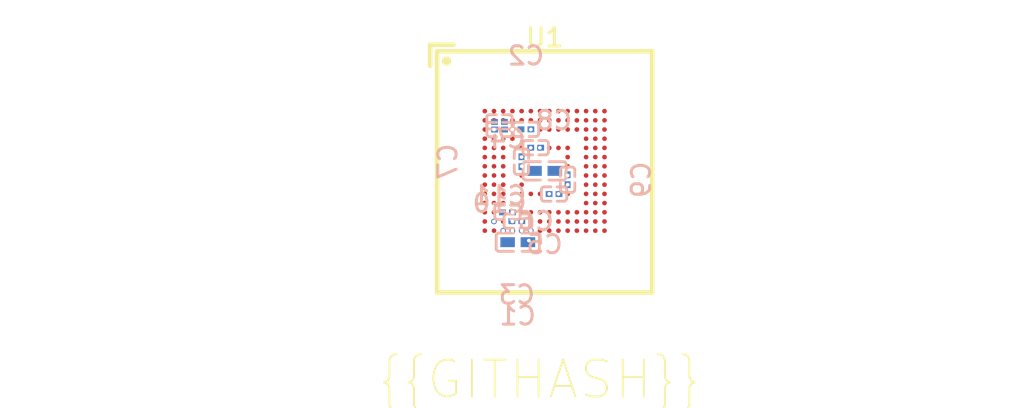
<source format=kicad_pcb>
(kicad_pcb (version 20240108) (generator "pcbnew") (generator_version "8.0")
  (layers (0 "F.Cu" signal) (31 "B.Cu" signal) (34 "B.Paste" user) (35 "F.Paste" user) (36 "B.SilkS" user "B.Silkscreen") (37 "F.SilkS" user "F.Silkscreen") (38 "B.Mask" user) (39 "F.Mask" user) (44 "Edge.Cuts" user))
  (net 0 "")
  (net 1 "eMMC_DAT_1")
  (net 2 "eMMC_DAT_5")
  (net 3 "eMMC_DAT_4")
  (net 4 "eMMC_DAT_7")
  (net 5 "eMMC_DAT_6")
  (net 6 "eMMC_CMD")
  (net 7 "eMMC_RSTN")
  (net 8 "eMMC_DAT_3")
  (net 9 "eMMC_DAT_0")
  (net 10 "*2E88.eMMC.footprint.pins[1].net-net")
  (net 11 "eMMC_DATA_STROBE")
  (net 12 "eMMC_CLK")
  (net 13 "eMMC_DAT_2")
  (net 14 "*2E88-net")
  (net 15 "hv")
  (net 16 "lv")
  (net 17 "VDD_INTERNAL")
  (net 18 "*2E88.eMMC.VDD_INTERNAL-net")
  (net 19 "*2E88.eMMC.footprint.pins[26].net-net")
  (net 20 "*2E88.eMMC.footprint.pins[114].net-net")
  (net 21 "*2E88.eMMC.footprint.pins[11].net-net")
  (net 22 "*2E88.eMMC.footprint.pins[45].net-net")
  (net 23 "*2E88.eMMC.footprint.pins[140].net-net")
  (net 24 "*2E88.eMMC.footprint.pins[31].net-net")
  (net 25 "*2E88.eMMC.footprint.pins[40].net-net")
  (net 26 "*2E88.eMMC.footprint.pins[151].net-net")
  (net 27 "*2E88.eMMC.footprint.pins[16].net-net")
  (net 28 "*2E88.eMMC.footprint.pins[71].net-net")
  (net 29 "*2E88.eMMC.footprint.pins[33].net-net")
  (net 30 "*2E88.eMMC.footprint.pins[130].net-net")
  (net 31 "*2E88.eMMC.footprint.pins[60].net-net")
  (net 32 "*2E88.eMMC.footprint.pins[85].net-net")
  (net 33 "*2E88.eMMC.footprint.pins[137].net-net")
  (net 34 "*2E88.eMMC.footprint.pins[69].net-net")
  (net 35 "*2E88.eMMC.footprint.pins[30].net-net")
  (net 36 "*2E88.eMMC.footprint.pins[55].net-net")
  (net 37 "*2E88.eMMC.footprint.pins[50].net-net")
  (net 38 "*2E88.eMMC.footprint.pins[118].net-net")
  (net 39 "*2E88.eMMC.footprint.pins[46].net-net")
  (net 40 "*2E88.eMMC.footprint.pins[47].net-net")
  (net 41 "*2E88.eMMC.footprint.pins[12].net-net")
  (net 42 "*2E88.eMMC.footprint.pins[41].net-net")
  (net 43 "*2E88.eMMC.footprint.pins[43].net-net")
  (net 44 "*2E88.eMMC.footprint.pins[35].net-net")
  (net 45 "*2E88.eMMC.footprint.pins[5].net-net")
  (net 46 "*2E88.eMMC.footprint.pins[150].net-net")
  (net 47 "*2E88.eMMC.footprint.pins[32].net-net")
  (net 48 "*2E88.eMMC.footprint.pins[61].net-net")
  (net 49 "*2E88.eMMC.footprint.pins[59].net-net")
  (net 50 "*2E88.eMMC.footprint.pins[65].net-net")
  (net 51 "*2E88.eMMC.footprint.pins[37].net-net")
  (net 52 "*2E88.eMMC.footprint.pins[83].net-net")
  (net 53 "*2E88.eMMC.footprint.pins[102].net-net")
  (net 54 "*2E88.eMMC.footprint.pins[95].net-net")
  (net 55 "*2E88.eMMC.footprint.pins[49].net-net")
  (net 56 "*2E88.eMMC.footprint.pins[14].net-net")
  (net 57 "*2E88.eMMC.footprint.pins[18].net-net")
  (net 58 "*2E88.eMMC.footprint.pins[6].net-net")
  (net 59 "*2E88.eMMC.footprint.pins[144].net-net")
  (net 60 "*2E88.eMMC.footprint.pins[25].net-net")
  (net 61 "*2E88.eMMC.footprint.pins[4].net-net")
  (net 62 "*2E88.eMMC.footprint.pins[125].net-net")
  (net 63 "*2E88.eMMC.footprint.pins[143].net-net")
  (net 64 "*2E88.eMMC.footprint.pins[48].net-net")
  (net 65 "*2E88.eMMC.footprint.pins[72].net-net")
  (net 66 "*2E88.eMMC.footprint.pins[91].net-net")
  (net 67 "*2E88.eMMC.footprint.pins[117].net-net")
  (net 68 "*2E88.eMMC.footprint.pins[77].net-net")
  (net 69 "*2E88.eMMC.footprint.pins[116].net-net")
  (net 70 "*2E88.eMMC.footprint.pins[127].net-net")
  (net 71 "*2E88.eMMC.footprint.pins[28].net-net")
  (net 72 "*2E88.eMMC.footprint.pins[51].net-net")
  (net 73 "*2E88.eMMC.footprint.pins[82].net-net")
  (net 74 "*2E88.eMMC.footprint.pins[115].net-net")
  (net 75 "*2E88.eMMC.footprint.pins[88].net-net")
  (net 76 "*2E88.eMMC.footprint.pins[105].net-net")
  (net 77 "*2E88.eMMC.footprint.pins[90].net-net")
  (net 78 "*2E88.eMMC.footprint.pins[81].net-net")
  (net 79 "*2E88.eMMC.footprint.pins[123].net-net")
  (net 80 "*2E88.eMMC.footprint.pins[3].net-net")
  (net 81 "*2E88.eMMC.footprint.pins[87].net-net")
  (net 82 "*2E88.eMMC.footprint.pins[79].net-net")
  (net 83 "*2E88.eMMC.footprint.pins[15].net-net")
  (net 84 "*2E88.eMMC.footprint.pins[152].net-net")
  (net 85 "*2E88.eMMC.footprint.pins[63].net-net")
  (net 86 "*2E88.eMMC.footprint.pins[67].net-net")
  (net 87 "*2E88.eMMC.footprint.pins[136].net-net")
  (net 88 "*2E88.eMMC.footprint.pins[97].net-net")
  (net 89 "*2E88.eMMC.footprint.pins[129].net-net")
  (net 90 "*2E88.eMMC.footprint.pins[101].net-net")
  (net 91 "*2E88.eMMC.footprint.pins[62].net-net")
  (net 92 "*2E88.eMMC.footprint.pins[29].net-net")
  (net 93 "*2E88.eMMC.footprint.pins[93].net-net")
  (net 94 "*2E88.eMMC.footprint.pins[112].net-net")
  (net 95 "*2E88.eMMC.footprint.pins[107].net-net")
  (net 96 "*2E88.eMMC.footprint.pins[124].net-net")
  (net 97 "*2E88.eMMC.footprint.pins[19].net-net")
  (net 98 "*2E88.eMMC.footprint.pins[39].net-net")
  (net 99 "*2E88.eMMC.footprint.pins[94].net-net")
  (net 100 "*2E88.eMMC.footprint.pins[96].net-net")
  (net 101 "*2E88.eMMC.footprint.pins[2].net-net")
  (net 102 "*2E88.eMMC.footprint.pins[126].net-net")
  (net 103 "*2E88.eMMC.footprint.pins[17].net-net")
  (net 104 "*2E88.eMMC.footprint.pins[80].net-net")
  (net 105 "*2E88.eMMC.footprint.pins[135].net-net")
  (net 106 "*2E88.eMMC.footprint.pins[0].net-net")
  (net 107 "*2E88.eMMC.footprint.pins[141].net-net")
  (net 108 "*2E88.eMMC.footprint.pins[13].net-net")
  (net 109 "*2E88.eMMC.footprint.pins[74].net-net")
  (net 110 "*2E88.eMMC.footprint.pins[145].net-net")
  (net 111 "*2E88.eMMC.footprint.pins[132].net-net")
  (net 112 "*2E88.eMMC.footprint.pins[139].net-net")
  (net 113 "*2E88.eMMC.footprint.pins[106].net-net")
  (net 114 "*2E88.eMMC.footprint.pins[56].net-net")
  (net 115 "*2E88.eMMC.footprint.pins[66].net-net")
  (net 116 "*2E88.eMMC.footprint.pins[109].net-net")
  (net 117 "*2E88.eMMC.footprint.pins[128].net-net")
  (net 118 "*2E88.eMMC.footprint.pins[110].net-net")
  (net 119 "*2E88.eMMC.footprint.pins[98].net-net")
  (net 120 "*2E88.eMMC.footprint.pins[142].net-net")
  (net 121 "*2E88.eMMC.footprint.pins[27].net-net")
  (net 122 "*2E88.eMMC.footprint.pins[52].net-net")
  (net 123 "*2E88.eMMC.footprint.pins[113].net-net")
  (net 124 "*2E88.eMMC.footprint.pins[122].net-net")
  (net 125 "*2E88.eMMC.footprint.pins[44].net-net")
  (net 126 "*2E88.eMMC.footprint.pins[89].net-net")
  (net 127 "*2E88.eMMC.footprint.pins[138].net-net")
  (net 128 "*2E88.eMMC.footprint.pins[75].net-net")
  (net 129 "*2E88.eMMC.footprint.pins[99].net-net")
  (net 130 "*2E88.eMMC.footprint.pins[108].net-net")
  (net 131 "*2E88.eMMC.footprint.pins[73].net-net")
  (net 132 "*2E88.eMMC.footprint.pins[54].net-net")
  (net 133 "*2E88.eMMC.footprint.pins[64].net-net")
  (net 134 "*2E88.eMMC.footprint.pins[53].net-net")
  (net 135 "*2E88.eMMC.footprint.pins[70].net-net")
  (net 136 "*2E88.eMMC.footprint.pins[42].net-net")
  (net 137 "*2E88.eMMC.footprint.pins[111].net-net")
  (footprint "lcsc:FBGA-153_L13.0-W11.5-P0.50_KLMAG1JETD-B041" (layer "F.Cu") (at 146.2 97.8 0)
    (property "Reference" "U1" (at 0 -7.25 0) (layer "F.SilkS") (hide no))
    (property "Value" "_Samsung_KLMBG2JETD_B041")
    (fp_line (start -6.22 -6.86) (end -6.22 -5.71) (stroke (width 0.25)) (layer "F.SilkS"))
    (fp_line (start -5.84 -6.5) (end 5.84 -6.5) (stroke (width 0.25)) (layer "F.SilkS"))
    (fp_line (start -5.84 6.5) (end -5.84 -6.5) (stroke (width 0.25)) (layer "F.SilkS"))
    (fp_line (start -5.84 6.61) (end 5.84 6.61) (stroke (width 0.25)) (layer "F.SilkS"))
    (fp_line (start -4.95 -6.86) (end -6.22 -6.86) (stroke (width 0.25)) (layer "F.SilkS"))
    (fp_line (start 5.84 -6.5) (end 5.84 -5.08) (stroke (width 0.25)) (layer "F.SilkS"))
    (fp_line (start 5.84 6.61) (end 5.84 -5.08) (stroke (width 0.25)) (layer "F.SilkS"))
    (fp_circle (center -5.33 -5.97) (end -5.2 -5.97) (stroke (width 0.25)) (fill none) (layer "F.SilkS"))
    (fp_text user "${REFERENCE}" (at 0 -7.25 0) (layer "F.SilkS"))
    (pad "A1" smd circle (at -3.25 -3.25 0) (size 0.25 0.25) (layers "F.Cu" "F.Paste" "F.Mask") (net 106 "*2E88.eMMC.footprint.pins[0].net-net"))
    (pad "A2" smd circle (at -2.75 -3.25 0) (size 0.25 0.25) (layers "F.Cu" "F.Paste" "F.Mask") (net 58 "*2E88.eMMC.footprint.pins[6].net-net"))
    (pad "A3" smd circle (at -2.25 -3.25 0) (size 0.25 0.25) (layers "F.Cu" "F.Paste" "F.Mask") (net 9 "eMMC_DAT_0"))
    (pad "A4" smd circle (at -1.75 -3.25 0) (size 0.25 0.25) (layers "F.Cu" "F.Paste" "F.Mask") (net 1 "eMMC_DAT_1"))
    (pad "A5" smd circle (at -1.25 -3.25 0) (size 0.25 0.25) (layers "F.Cu" "F.Paste" "F.Mask") (net 13 "eMMC_DAT_2"))
    (pad "A6" smd circle (at -0.75 -3.25 0) (size 0.25 0.25) (layers "F.Cu" "F.Paste" "F.Mask") (net 16 "lv"))
    (pad "A7" smd circle (at -0.25 -3.25 0) (size 0.25 0.25) (layers "F.Cu" "F.Paste" "F.Mask") (net 21 "*2E88.eMMC.footprint.pins[11].net-net"))
    (pad "A8" smd circle (at 0.25 -3.25 0) (size 0.25 0.25) (layers "F.Cu" "F.Paste" "F.Mask") (net 41 "*2E88.eMMC.footprint.pins[12].net-net"))
    (pad "A9" smd circle (at 0.75 -3.25 0) (size 0.25 0.25) (layers "F.Cu" "F.Paste" "F.Mask") (net 108 "*2E88.eMMC.footprint.pins[13].net-net"))
    (pad "A10" smd circle (at 1.25 -3.25 0) (size 0.25 0.25) (layers "F.Cu" "F.Paste" "F.Mask") (net 10 "*2E88.eMMC.footprint.pins[1].net-net"))
    (pad "A11" smd circle (at 1.75 -3.25 0) (size 0.25 0.25) (layers "F.Cu" "F.Paste" "F.Mask") (net 101 "*2E88.eMMC.footprint.pins[2].net-net"))
    (pad "A12" smd circle (at 2.25 -3.25 0) (size 0.25 0.25) (layers "F.Cu" "F.Paste" "F.Mask") (net 80 "*2E88.eMMC.footprint.pins[3].net-net"))
    (pad "A13" smd circle (at 2.75 -3.25 0) (size 0.25 0.25) (layers "F.Cu" "F.Paste" "F.Mask") (net 61 "*2E88.eMMC.footprint.pins[4].net-net"))
    (pad "A14" smd circle (at 3.25 -3.25 0) (size 0.25 0.25) (layers "F.Cu" "F.Paste" "F.Mask") (net 45 "*2E88.eMMC.footprint.pins[5].net-net"))
    (pad "B1" smd circle (at -3.25 -2.75 0) (size 0.25 0.25) (layers "F.Cu" "F.Paste" "F.Mask") (net 56 "*2E88.eMMC.footprint.pins[14].net-net"))
    (pad "B2" smd circle (at -2.75 -2.75 0) (size 0.25 0.25) (layers "F.Cu" "F.Paste" "F.Mask") (net 8 "eMMC_DAT_3"))
    (pad "B3" smd circle (at -2.25 -2.75 0) (size 0.25 0.25) (layers "F.Cu" "F.Paste" "F.Mask") (net 3 "eMMC_DAT_4"))
    (pad "B4" smd circle (at -1.75 -2.75 0) (size 0.25 0.25) (layers "F.Cu" "F.Paste" "F.Mask") (net 2 "eMMC_DAT_5"))
    (pad "B5" smd circle (at -1.25 -2.75 0) (size 0.25 0.25) (layers "F.Cu" "F.Paste" "F.Mask") (net 5 "eMMC_DAT_6"))
    (pad "B6" smd circle (at -0.75 -2.75 0) (size 0.25 0.25) (layers "F.Cu" "F.Paste" "F.Mask") (net 4 "eMMC_DAT_7"))
    (pad "B7" smd circle (at -0.25 -2.75 0) (size 0.25 0.25) (layers "F.Cu" "F.Paste" "F.Mask") (net 60 "*2E88.eMMC.footprint.pins[25].net-net"))
    (pad "B8" smd circle (at 0.25 -2.75 0) (size 0.25 0.25) (layers "F.Cu" "F.Paste" "F.Mask") (net 19 "*2E88.eMMC.footprint.pins[26].net-net"))
    (pad "B9" smd circle (at 0.75 -2.75 0) (size 0.25 0.25) (layers "F.Cu" "F.Paste" "F.Mask") (net 121 "*2E88.eMMC.footprint.pins[27].net-net"))
    (pad "B10" smd circle (at 1.25 -2.75 0) (size 0.25 0.25) (layers "F.Cu" "F.Paste" "F.Mask") (net 83 "*2E88.eMMC.footprint.pins[15].net-net"))
    (pad "B11" smd circle (at 1.75 -2.75 0) (size 0.25 0.25) (layers "F.Cu" "F.Paste" "F.Mask") (net 27 "*2E88.eMMC.footprint.pins[16].net-net"))
    (pad "B12" smd circle (at 2.25 -2.75 0) (size 0.25 0.25) (layers "F.Cu" "F.Paste" "F.Mask") (net 103 "*2E88.eMMC.footprint.pins[17].net-net"))
    (pad "B13" smd circle (at 2.75 -2.75 0) (size 0.25 0.25) (layers "F.Cu" "F.Paste" "F.Mask") (net 57 "*2E88.eMMC.footprint.pins[18].net-net"))
    (pad "B14" smd circle (at 3.25 -2.75 0) (size 0.25 0.25) (layers "F.Cu" "F.Paste" "F.Mask") (net 97 "*2E88.eMMC.footprint.pins[19].net-net"))
    (pad "C1" smd circle (at -3.25 -2.25 0) (size 0.25 0.25) (layers "F.Cu" "F.Paste" "F.Mask") (net 71 "*2E88.eMMC.footprint.pins[28].net-net"))
    (pad "C2" smd circle (at -2.75 -2.25 0) (size 0.25 0.25) (layers "F.Cu" "F.Paste" "F.Mask") (net 17 "VDD_INTERNAL"))
    (pad "C3" smd circle (at -2.25 -2.25 0) (size 0.25 0.25) (layers "F.Cu" "F.Paste" "F.Mask") (net 44 "*2E88.eMMC.footprint.pins[35].net-net"))
    (pad "C4" smd circle (at -1.75 -2.25 0) (size 0.25 0.25) (layers "F.Cu" "F.Paste" "F.Mask") (net 16 "lv"))
    (pad "C5" smd circle (at -1.25 -2.25 0) (size 0.25 0.25) (layers "F.Cu" "F.Paste" "F.Mask") (net 51 "*2E88.eMMC.footprint.pins[37].net-net"))
    (pad "C6" smd circle (at -0.75 -2.25 0) (size 0.25 0.25) (layers "F.Cu" "F.Paste" "F.Mask") (net 15 "hv"))
    (pad "C7" smd circle (at -0.25 -2.25 0) (size 0.25 0.25) (layers "F.Cu" "F.Paste" "F.Mask") (net 98 "*2E88.eMMC.footprint.pins[39].net-net"))
    (pad "C8" smd circle (at 0.25 -2.25 0) (size 0.25 0.25) (layers "F.Cu" "F.Paste" "F.Mask") (net 25 "*2E88.eMMC.footprint.pins[40].net-net"))
    (pad "C9" smd circle (at 0.75 -2.25 0) (size 0.25 0.25) (layers "F.Cu" "F.Paste" "F.Mask") (net 42 "*2E88.eMMC.footprint.pins[41].net-net"))
    (pad "C10" smd circle (at 1.25 -2.25 0) (size 0.25 0.25) (layers "F.Cu" "F.Paste" "F.Mask") (net 92 "*2E88.eMMC.footprint.pins[29].net-net"))
    (pad "C11" smd circle (at 1.75 -2.25 0) (size 0.25 0.25) (layers "F.Cu" "F.Paste" "F.Mask") (net 35 "*2E88.eMMC.footprint.pins[30].net-net"))
    (pad "C12" smd circle (at 2.25 -2.25 0) (size 0.25 0.25) (layers "F.Cu" "F.Paste" "F.Mask") (net 24 "*2E88.eMMC.footprint.pins[31].net-net"))
    (pad "C13" smd circle (at 2.75 -2.25 0) (size 0.25 0.25) (layers "F.Cu" "F.Paste" "F.Mask") (net 47 "*2E88.eMMC.footprint.pins[32].net-net"))
    (pad "C14" smd circle (at 3.25 -2.25 0) (size 0.25 0.25) (layers "F.Cu" "F.Paste" "F.Mask") (net 29 "*2E88.eMMC.footprint.pins[33].net-net"))
    (pad "D1" smd circle (at -3.25 -1.75 0) (size 0.25 0.25) (layers "F.Cu" "F.Paste" "F.Mask") (net 136 "*2E88.eMMC.footprint.pins[42].net-net"))
    (pad "D2" smd circle (at -2.75 -1.75 0) (size 0.25 0.25) (layers "F.Cu" "F.Paste" "F.Mask") (net 39 "*2E88.eMMC.footprint.pins[46].net-net"))
    (pad "D3" smd circle (at -2.25 -1.75 0) (size 0.25 0.25) (layers "F.Cu" "F.Paste" "F.Mask") (net 40 "*2E88.eMMC.footprint.pins[47].net-net"))
    (pad "D4" smd circle (at -1.75 -1.75 0) (size 0.25 0.25) (layers "F.Cu" "F.Paste" "F.Mask") (net 64 "*2E88.eMMC.footprint.pins[48].net-net"))
    (pad "D12" smd circle (at 2.25 -1.75 0) (size 0.25 0.25) (layers "F.Cu" "F.Paste" "F.Mask") (net 43 "*2E88.eMMC.footprint.pins[43].net-net"))
    (pad "D13" smd circle (at 2.75 -1.75 0) (size 0.25 0.25) (layers "F.Cu" "F.Paste" "F.Mask") (net 125 "*2E88.eMMC.footprint.pins[44].net-net"))
    (pad "D14" smd circle (at 3.25 -1.75 0) (size 0.25 0.25) (layers "F.Cu" "F.Paste" "F.Mask") (net 22 "*2E88.eMMC.footprint.pins[45].net-net"))
    (pad "E1" smd circle (at -3.25 -1.25 0) (size 0.25 0.25) (layers "F.Cu" "F.Paste" "F.Mask") (net 55 "*2E88.eMMC.footprint.pins[49].net-net"))
    (pad "E2" smd circle (at -2.75 -1.25 0) (size 0.25 0.25) (layers "F.Cu" "F.Paste" "F.Mask") (net 132 "*2E88.eMMC.footprint.pins[54].net-net"))
    (pad "E3" smd circle (at -2.25 -1.25 0) (size 0.25 0.25) (layers "F.Cu" "F.Paste" "F.Mask") (net 36 "*2E88.eMMC.footprint.pins[55].net-net"))
    (pad "E5" smd circle (at -1.25 -1.25 0) (size 0.25 0.25) (layers "F.Cu" "F.Paste" "F.Mask") (net 114 "*2E88.eMMC.footprint.pins[56].net-net"))
    (pad "E6" smd circle (at -0.75 -1.25 0) (size 0.25 0.25) (layers "F.Cu" "F.Paste" "F.Mask") (net 14 "*2E88-net"))
    (pad "E7" smd circle (at -0.25 -1.25 0) (size 0.25 0.25) (layers "F.Cu" "F.Paste" "F.Mask") (net 16 "lv"))
    (pad "E8" smd circle (at 0.25 -1.25 0) (size 0.25 0.25) (layers "F.Cu" "F.Paste" "F.Mask") (net 49 "*2E88.eMMC.footprint.pins[59].net-net"))
    (pad "E9" smd circle (at 0.75 -1.25 0) (size 0.25 0.25) (layers "F.Cu" "F.Paste" "F.Mask") (net 31 "*2E88.eMMC.footprint.pins[60].net-net"))
    (pad "E10" smd circle (at 1.25 -1.25 0) (size 0.25 0.25) (layers "F.Cu" "F.Paste" "F.Mask") (net 37 "*2E88.eMMC.footprint.pins[50].net-net"))
    (pad "E12" smd circle (at 2.25 -1.25 0) (size 0.25 0.25) (layers "F.Cu" "F.Paste" "F.Mask") (net 72 "*2E88.eMMC.footprint.pins[51].net-net"))
    (pad "E13" smd circle (at 2.75 -1.25 0) (size 0.25 0.25) (layers "F.Cu" "F.Paste" "F.Mask") (net 122 "*2E88.eMMC.footprint.pins[52].net-net"))
    (pad "E14" smd circle (at 3.25 -1.25 0) (size 0.25 0.25) (layers "F.Cu" "F.Paste" "F.Mask") (net 134 "*2E88.eMMC.footprint.pins[53].net-net"))
    (pad "F1" smd circle (at -3.25 -0.75 0) (size 0.25 0.25) (layers "F.Cu" "F.Paste" "F.Mask") (net 48 "*2E88.eMMC.footprint.pins[61].net-net"))
    (pad "F2" smd circle (at -2.75 -0.75 0) (size 0.25 0.25) (layers "F.Cu" "F.Paste" "F.Mask") (net 115 "*2E88.eMMC.footprint.pins[66].net-net"))
    (pad "F3" smd circle (at -2.25 -0.75 0) (size 0.25 0.25) (layers "F.Cu" "F.Paste" "F.Mask") (net 86 "*2E88.eMMC.footprint.pins[67].net-net"))
    (pad "F5" smd circle (at -1.25 -0.75 0) (size 0.25 0.25) (layers "F.Cu" "F.Paste" "F.Mask") (net 14 "*2E88-net"))
    (pad "F10" smd circle (at 1.25 -0.75 0) (size 0.25 0.25) (layers "F.Cu" "F.Paste" "F.Mask") (net 91 "*2E88.eMMC.footprint.pins[62].net-net"))
    (pad "F12" smd circle (at 2.25 -0.75 0) (size 0.25 0.25) (layers "F.Cu" "F.Paste" "F.Mask") (net 85 "*2E88.eMMC.footprint.pins[63].net-net"))
    (pad "F13" smd circle (at 2.75 -0.75 0) (size 0.25 0.25) (layers "F.Cu" "F.Paste" "F.Mask") (net 133 "*2E88.eMMC.footprint.pins[64].net-net"))
    (pad "F14" smd circle (at 3.25 -0.75 0) (size 0.25 0.25) (layers "F.Cu" "F.Paste" "F.Mask") (net 50 "*2E88.eMMC.footprint.pins[65].net-net"))
    (pad "G1" smd circle (at -3.25 -0.25 0) (size 0.25 0.25) (layers "F.Cu" "F.Paste" "F.Mask") (net 34 "*2E88.eMMC.footprint.pins[69].net-net"))
    (pad "G2" smd circle (at -2.75 -0.25 0) (size 0.25 0.25) (layers "F.Cu" "F.Paste" "F.Mask") (net 109 "*2E88.eMMC.footprint.pins[74].net-net"))
    (pad "G3" smd circle (at -2.25 -0.25 0) (size 0.25 0.25) (layers "F.Cu" "F.Paste" "F.Mask") (net 128 "*2E88.eMMC.footprint.pins[75].net-net"))
    (pad "G5" smd circle (at -1.25 -0.25 0) (size 0.25 0.25) (layers "F.Cu" "F.Paste" "F.Mask") (net 16 "lv"))
    (pad "G10" smd circle (at 1.25 -0.25 0) (size 0.25 0.25) (layers "F.Cu" "F.Paste" "F.Mask") (net 135 "*2E88.eMMC.footprint.pins[70].net-net"))
    (pad "G12" smd circle (at 2.25 -0.25 0) (size 0.25 0.25) (layers "F.Cu" "F.Paste" "F.Mask") (net 28 "*2E88.eMMC.footprint.pins[71].net-net"))
    (pad "G13" smd circle (at 2.75 -0.25 0) (size 0.25 0.25) (layers "F.Cu" "F.Paste" "F.Mask") (net 65 "*2E88.eMMC.footprint.pins[72].net-net"))
    (pad "G14" smd circle (at 3.25 -0.25 0) (size 0.25 0.25) (layers "F.Cu" "F.Paste" "F.Mask") (net 131 "*2E88.eMMC.footprint.pins[73].net-net"))
    (pad "H1" smd circle (at -3.25 0.25 0) (size 0.25 0.25) (layers "F.Cu" "F.Paste" "F.Mask") (net 68 "*2E88.eMMC.footprint.pins[77].net-net"))
    (pad "H2" smd circle (at -2.75 0.25 0) (size 0.25 0.25) (layers "F.Cu" "F.Paste" "F.Mask") (net 73 "*2E88.eMMC.footprint.pins[82].net-net"))
    (pad "H3" smd circle (at -2.25 0.25 0) (size 0.25 0.25) (layers "F.Cu" "F.Paste" "F.Mask") (net 52 "*2E88.eMMC.footprint.pins[83].net-net"))
    (pad "H5" smd circle (at -1.25 0.25 0) (size 0.25 0.25) (layers "F.Cu" "F.Paste" "F.Mask") (net 11 "eMMC_DATA_STROBE"))
    (pad "H10" smd circle (at 1.25 0.25 0) (size 0.25 0.25) (layers "F.Cu" "F.Paste" "F.Mask") (net 16 "lv"))
    (pad "H12" smd circle (at 2.25 0.25 0) (size 0.25 0.25) (layers "F.Cu" "F.Paste" "F.Mask") (net 82 "*2E88.eMMC.footprint.pins[79].net-net"))
    (pad "H13" smd circle (at 2.75 0.25 0) (size 0.25 0.25) (layers "F.Cu" "F.Paste" "F.Mask") (net 104 "*2E88.eMMC.footprint.pins[80].net-net"))
    (pad "H14" smd circle (at 3.25 0.25 0) (size 0.25 0.25) (layers "F.Cu" "F.Paste" "F.Mask") (net 78 "*2E88.eMMC.footprint.pins[81].net-net"))
    (pad "J1" smd circle (at -3.25 0.75 0) (size 0.25 0.25) (layers "F.Cu" "F.Paste" "F.Mask") (net 32 "*2E88.eMMC.footprint.pins[85].net-net"))
    (pad "J2" smd circle (at -2.75 0.75 0) (size 0.25 0.25) (layers "F.Cu" "F.Paste" "F.Mask") (net 77 "*2E88.eMMC.footprint.pins[90].net-net"))
    (pad "J3" smd circle (at -2.25 0.75 0) (size 0.25 0.25) (layers "F.Cu" "F.Paste" "F.Mask") (net 66 "*2E88.eMMC.footprint.pins[91].net-net"))
    (pad "J5" smd circle (at -1.25 0.75 0) (size 0.25 0.25) (layers "F.Cu" "F.Paste" "F.Mask") (net 16 "lv"))
    (pad "J10" smd circle (at 1.25 0.75 0) (size 0.25 0.25) (layers "F.Cu" "F.Paste" "F.Mask") (net 14 "*2E88-net"))
    (pad "J12" smd circle (at 2.25 0.75 0) (size 0.25 0.25) (layers "F.Cu" "F.Paste" "F.Mask") (net 81 "*2E88.eMMC.footprint.pins[87].net-net"))
    (pad "J13" smd circle (at 2.75 0.75 0) (size 0.25 0.25) (layers "F.Cu" "F.Paste" "F.Mask") (net 75 "*2E88.eMMC.footprint.pins[88].net-net"))
    (pad "J14" smd circle (at 3.25 0.75 0) (size 0.25 0.25) (layers "F.Cu" "F.Paste" "F.Mask") (net 126 "*2E88.eMMC.footprint.pins[89].net-net"))
    (pad "K1" smd circle (at -3.25 1.25 0) (size 0.25 0.25) (layers "F.Cu" "F.Paste" "F.Mask") (net 93 "*2E88.eMMC.footprint.pins[93].net-net"))
    (pad "K2" smd circle (at -2.75 1.25 0) (size 0.25 0.25) (layers "F.Cu" "F.Paste" "F.Mask") (net 119 "*2E88.eMMC.footprint.pins[98].net-net"))
    (pad "K3" smd circle (at -2.25 1.25 0) (size 0.25 0.25) (layers "F.Cu" "F.Paste" "F.Mask") (net 129 "*2E88.eMMC.footprint.pins[99].net-net"))
    (pad "K5" smd circle (at -1.25 1.25 0) (size 0.25 0.25) (layers "F.Cu" "F.Paste" "F.Mask") (net 7 "eMMC_RSTN"))
    (pad "K6" smd circle (at -0.75 1.25 0) (size 0.25 0.25) (layers "F.Cu" "F.Paste" "F.Mask") (net 90 "*2E88.eMMC.footprint.pins[101].net-net"))
    (pad "K7" smd circle (at -0.25 1.25 0) (size 0.25 0.25) (layers "F.Cu" "F.Paste" "F.Mask") (net 53 "*2E88.eMMC.footprint.pins[102].net-net"))
    (pad "K8" smd circle (at 0.25 1.25 0) (size 0.25 0.25) (layers "F.Cu" "F.Paste" "F.Mask") (net 16 "lv"))
    (pad "K9" smd circle (at 0.75 1.25 0) (size 0.25 0.25) (layers "F.Cu" "F.Paste" "F.Mask") (net 14 "*2E88-net"))
    (pad "K10" smd circle (at 1.25 1.25 0) (size 0.25 0.25) (layers "F.Cu" "F.Paste" "F.Mask") (net 99 "*2E88.eMMC.footprint.pins[94].net-net"))
    (pad "K12" smd circle (at 2.25 1.25 0) (size 0.25 0.25) (layers "F.Cu" "F.Paste" "F.Mask") (net 54 "*2E88.eMMC.footprint.pins[95].net-net"))
    (pad "K13" smd circle (at 2.75 1.25 0) (size 0.25 0.25) (layers "F.Cu" "F.Paste" "F.Mask") (net 100 "*2E88.eMMC.footprint.pins[96].net-net"))
    (pad "K14" smd circle (at 3.25 1.25 0) (size 0.25 0.25) (layers "F.Cu" "F.Paste" "F.Mask") (net 88 "*2E88.eMMC.footprint.pins[97].net-net"))
    (pad "L1" smd circle (at -3.25 1.75 0) (size 0.25 0.25) (layers "F.Cu" "F.Paste" "F.Mask") (net 76 "*2E88.eMMC.footprint.pins[105].net-net"))
    (pad "L2" smd circle (at -2.75 1.75 0) (size 0.25 0.25) (layers "F.Cu" "F.Paste" "F.Mask") (net 116 "*2E88.eMMC.footprint.pins[109].net-net"))
    (pad "L3" smd circle (at -2.25 1.75 0) (size 0.25 0.25) (layers "F.Cu" "F.Paste" "F.Mask") (net 118 "*2E88.eMMC.footprint.pins[110].net-net"))
    (pad "L12" smd circle (at 2.25 1.75 0) (size 0.25 0.25) (layers "F.Cu" "F.Paste" "F.Mask") (net 113 "*2E88.eMMC.footprint.pins[106].net-net"))
    (pad "L13" smd circle (at 2.75 1.75 0) (size 0.25 0.25) (layers "F.Cu" "F.Paste" "F.Mask") (net 95 "*2E88.eMMC.footprint.pins[107].net-net"))
    (pad "L14" smd circle (at 3.25 1.75 0) (size 0.25 0.25) (layers "F.Cu" "F.Paste" "F.Mask") (net 130 "*2E88.eMMC.footprint.pins[108].net-net"))
    (pad "M1" smd circle (at -3.25 2.25 0) (size 0.25 0.25) (layers "F.Cu" "F.Paste" "F.Mask") (net 137 "*2E88.eMMC.footprint.pins[111].net-net"))
    (pad "M2" smd circle (at -2.75 2.25 0) (size 0.25 0.25) (layers "F.Cu" "F.Paste" "F.Mask") (net 67 "*2E88.eMMC.footprint.pins[117].net-net"))
    (pad "M3" smd circle (at -2.25 2.25 0) (size 0.25 0.25) (layers "F.Cu" "F.Paste" "F.Mask") (net 38 "*2E88.eMMC.footprint.pins[118].net-net"))
    (pad "M4" smd circle (at -1.75 2.25 0) (size 0.25 0.25) (layers "F.Cu" "F.Paste" "F.Mask") (net 15 "hv"))
    (pad "M5" smd circle (at -1.25 2.25 0) (size 0.25 0.25) (layers "F.Cu" "F.Paste" "F.Mask") (net 6 "eMMC_CMD"))
    (pad "M6" smd circle (at -0.75 2.25 0) (size 0.25 0.25) (layers "F.Cu" "F.Paste" "F.Mask") (net 12 "eMMC_CLK"))
    (pad "M7" smd circle (at -0.25 2.25 0) (size 0.25 0.25) (layers "F.Cu" "F.Paste" "F.Mask") (net 124 "*2E88.eMMC.footprint.pins[122].net-net"))
    (pad "M8" smd circle (at 0.25 2.25 0) (size 0.25 0.25) (layers "F.Cu" "F.Paste" "F.Mask") (net 79 "*2E88.eMMC.footprint.pins[123].net-net"))
    (pad "M9" smd circle (at 0.75 2.25 0) (size 0.25 0.25) (layers "F.Cu" "F.Paste" "F.Mask") (net 96 "*2E88.eMMC.footprint.pins[124].net-net"))
    (pad "M10" smd circle (at 1.25 2.25 0) (size 0.25 0.25) (layers "F.Cu" "F.Paste" "F.Mask") (net 94 "*2E88.eMMC.footprint.pins[112].net-net"))
    (pad "M11" smd circle (at 1.75 2.25 0) (size 0.25 0.25) (layers "F.Cu" "F.Paste" "F.Mask") (net 123 "*2E88.eMMC.footprint.pins[113].net-net"))
    (pad "M12" smd circle (at 2.25 2.25 0) (size 0.25 0.25) (layers "F.Cu" "F.Paste" "F.Mask") (net 20 "*2E88.eMMC.footprint.pins[114].net-net"))
    (pad "M13" smd circle (at 2.75 2.25 0) (size 0.25 0.25) (layers "F.Cu" "F.Paste" "F.Mask") (net 74 "*2E88.eMMC.footprint.pins[115].net-net"))
    (pad "M14" smd circle (at 3.25 2.25 0) (size 0.25 0.25) (layers "F.Cu" "F.Paste" "F.Mask") (net 69 "*2E88.eMMC.footprint.pins[116].net-net"))
    (pad "N1" smd circle (at -3.25 2.75 0) (size 0.25 0.25) (layers "F.Cu" "F.Paste" "F.Mask") (net 62 "*2E88.eMMC.footprint.pins[125].net-net"))
    (pad "N2" smd circle (at -2.75 2.75 0) (size 0.25 0.25) (layers "F.Cu" "F.Paste" "F.Mask") (net 16 "lv"))
    (pad "N3" smd circle (at -2.25 2.75 0) (size 0.25 0.25) (layers "F.Cu" "F.Paste" "F.Mask") (net 111 "*2E88.eMMC.footprint.pins[132].net-net"))
    (pad "N4" smd circle (at -1.75 2.75 0) (size 0.25 0.25) (layers "F.Cu" "F.Paste" "F.Mask") (net 15 "hv"))
    (pad "N5" smd circle (at -1.25 2.75 0) (size 0.25 0.25) (layers "F.Cu" "F.Paste" "F.Mask") (net 16 "lv"))
    (pad "N6" smd circle (at -0.75 2.75 0) (size 0.25 0.25) (layers "F.Cu" "F.Paste" "F.Mask") (net 105 "*2E88.eMMC.footprint.pins[135].net-net"))
    (pad "N7" smd circle (at -0.25 2.75 0) (size 0.25 0.25) (layers "F.Cu" "F.Paste" "F.Mask") (net 87 "*2E88.eMMC.footprint.pins[136].net-net"))
    (pad "N8" smd circle (at 0.25 2.75 0) (size 0.25 0.25) (layers "F.Cu" "F.Paste" "F.Mask") (net 33 "*2E88.eMMC.footprint.pins[137].net-net"))
    (pad "N9" smd circle (at 0.75 2.75 0) (size 0.25 0.25) (layers "F.Cu" "F.Paste" "F.Mask") (net 127 "*2E88.eMMC.footprint.pins[138].net-net"))
    (pad "N10" smd circle (at 1.25 2.75 0) (size 0.25 0.25) (layers "F.Cu" "F.Paste" "F.Mask") (net 102 "*2E88.eMMC.footprint.pins[126].net-net"))
    (pad "N11" smd circle (at 1.75 2.75 0) (size 0.25 0.25) (layers "F.Cu" "F.Paste" "F.Mask") (net 70 "*2E88.eMMC.footprint.pins[127].net-net"))
    (pad "N12" smd circle (at 2.25 2.75 0) (size 0.25 0.25) (layers "F.Cu" "F.Paste" "F.Mask") (net 117 "*2E88.eMMC.footprint.pins[128].net-net"))
    (pad "N13" smd circle (at 2.75 2.75 0) (size 0.25 0.25) (layers "F.Cu" "F.Paste" "F.Mask") (net 89 "*2E88.eMMC.footprint.pins[129].net-net"))
    (pad "N14" smd circle (at 3.25 2.75 0) (size 0.25 0.25) (layers "F.Cu" "F.Paste" "F.Mask") (net 30 "*2E88.eMMC.footprint.pins[130].net-net"))
    (pad "P1" smd circle (at -3.25 3.25 0) (size 0.25 0.25) (layers "F.Cu" "F.Paste" "F.Mask") (net 112 "*2E88.eMMC.footprint.pins[139].net-net"))
    (pad "P2" smd circle (at -2.75 3.25 0) (size 0.25 0.25) (layers "F.Cu" "F.Paste" "F.Mask") (net 110 "*2E88.eMMC.footprint.pins[145].net-net"))
    (pad "P3" smd circle (at -2.25 3.25 0) (size 0.25 0.25) (layers "F.Cu" "F.Paste" "F.Mask") (net 15 "hv"))
    (pad "P4" smd circle (at -1.75 3.25 0) (size 0.25 0.25) (layers "F.Cu" "F.Paste" "F.Mask") (net 16 "lv"))
    (pad "P5" smd circle (at -1.25 3.25 0) (size 0.25 0.25) (layers "F.Cu" "F.Paste" "F.Mask") (net 15 "hv"))
    (pad "P6" smd circle (at -0.75 3.25 0) (size 0.25 0.25) (layers "F.Cu" "F.Paste" "F.Mask") (net 16 "lv"))
    (pad "P7" smd circle (at -0.25 3.25 0) (size 0.25 0.25) (layers "F.Cu" "F.Paste" "F.Mask") (net 46 "*2E88.eMMC.footprint.pins[150].net-net"))
    (pad "P8" smd circle (at 0.25 3.25 0) (size 0.25 0.25) (layers "F.Cu" "F.Paste" "F.Mask") (net 26 "*2E88.eMMC.footprint.pins[151].net-net"))
    (pad "P9" smd circle (at 0.75 3.25 0) (size 0.25 0.25) (layers "F.Cu" "F.Paste" "F.Mask") (net 84 "*2E88.eMMC.footprint.pins[152].net-net"))
    (pad "P10" smd circle (at 1.25 3.25 0) (size 0.25 0.25) (layers "F.Cu" "F.Paste" "F.Mask") (net 23 "*2E88.eMMC.footprint.pins[140].net-net"))
    (pad "P11" smd circle (at 1.75 3.25 0) (size 0.25 0.25) (layers "F.Cu" "F.Paste" "F.Mask") (net 107 "*2E88.eMMC.footprint.pins[141].net-net"))
    (pad "P12" smd circle (at 2.25 3.25 0) (size 0.25 0.25) (layers "F.Cu" "F.Paste" "F.Mask") (net 120 "*2E88.eMMC.footprint.pins[142].net-net"))
    (pad "P13" smd circle (at 2.75 3.25 0) (size 0.25 0.25) (layers "F.Cu" "F.Paste" "F.Mask") (net 63 "*2E88.eMMC.footprint.pins[143].net-net"))
    (pad "P14" smd circle (at 3.25 3.25 0) (size 0.25 0.25) (layers "F.Cu" "F.Paste" "F.Mask") (net 59 "*2E88.eMMC.footprint.pins[144].net-net"))
  )
  (footprint "lcsc:C0201" (layer "B.Cu") (at 147.44606 98.28009 90)
    (property "Reference" "C9" (at 0 4 90) (layer "B.SilkS") (hide no) (effects (justify mirror)))
    (property "Value" "220nF ±20% 6.3V X5R")
    (fp_line (start 0.53 -0.39) (end 0.17 -0.39) (stroke (width 0.15)) (layer "B.SilkS"))
    (fp_line (start -0.53 -0.39) (end -0.17 -0.39) (stroke (width 0.15)) (layer "B.SilkS"))
    (fp_line (start 0.69 0.24) (end 0.69 -0.24) (stroke (width 0.15)) (layer "B.SilkS"))
    (fp_line (start -0.69 0.24) (end -0.69 -0.24) (stroke (width 0.15)) (layer "B.SilkS"))
    (fp_line (start 0.17 0.39) (end 0.53 0.39) (stroke (width 0.15)) (layer "B.SilkS"))
    (fp_line (start -0.17 0.39) (end -0.53 0.39) (stroke (width 0.15)) (layer "B.SilkS"))
    (fp_arc (start 0.529667 -0.389644) (mid 0.642348 -0.349659) (end 0.69 -0.24) (stroke (width 0.15)) (layer "B.SilkS"))
    (fp_arc (start -0.69 -0.24) (mid -0.642348 -0.349659) (end -0.529667 -0.389644) (stroke (width 0.15)) (layer "B.SilkS"))
    (fp_arc (start 0.690333 0.239643) (mid 0.642836 0.349658) (end 0.53 0.39) (stroke (width 0.15)) (layer "B.SilkS"))
    (fp_arc (start -0.53 0.39) (mid -0.642835 0.349658) (end -0.690333 0.239643) (stroke (width 0.15)) (layer "B.SilkS"))
    (fp_text user "${REFERENCE}" (at 0 4 90) (layer "B.SilkS") (effects (justify mirror)))
    (pad "1" smd rect (at -0.27 0 90) (size 0.37 0.32) (layers "B.Cu" "B.Paste" "B.Mask") (net 14 "*2E88-net"))
    (pad "2" smd rect (at 0.27 0 90) (size 0.37 0.32) (layers "B.Cu" "B.Paste" "B.Mask") (net 16 "lv"))
  )
  (footprint "lcsc:C0201" (layer "B.Cu") (at 143.75218 95.553529 0)
    (property "Reference" "C10" (at 0 4 0) (layer "B.SilkS") (hide no) (effects (justify mirror)))
    (property "Value" "1µF ±20% 6.3V X5R")
    (fp_line (start -0.69 0.24) (end -0.69 -0.24) (stroke (width 0.15)) (layer "B.SilkS"))
    (fp_line (start -0.53 -0.39) (end -0.17 -0.39) (stroke (width 0.15)) (layer "B.SilkS"))
    (fp_line (start -0.17 0.39) (end -0.53 0.39) (stroke (width 0.15)) (layer "B.SilkS"))
    (fp_line (start 0.17 0.39) (end 0.53 0.39) (stroke (width 0.15)) (layer "B.SilkS"))
    (fp_line (start 0.53 -0.39) (end 0.17 -0.39) (stroke (width 0.15)) (layer "B.SilkS"))
    (fp_line (start 0.69 0.24) (end 0.69 -0.24) (stroke (width 0.15)) (layer "B.SilkS"))
    (fp_arc (start -0.69 -0.24) (mid -0.642348 -0.349659) (end -0.529667 -0.389644) (stroke (width 0.15)) (layer "B.SilkS"))
    (fp_arc (start -0.53 0.39) (mid -0.642835 0.349658) (end -0.690333 0.239643) (stroke (width 0.15)) (layer "B.SilkS"))
    (fp_arc (start 0.529667 -0.389644) (mid 0.642348 -0.349659) (end 0.69 -0.24) (stroke (width 0.15)) (layer "B.SilkS"))
    (fp_arc (start 0.690333 0.239643) (mid 0.642836 0.349658) (end 0.53 0.39) (stroke (width 0.15)) (layer "B.SilkS"))
    (fp_text user "${REFERENCE}" (at 0 4 0) (layer "B.SilkS") (effects (justify mirror)))
    (pad "1" smd rect (at -0.27 0 0) (size 0.37 0.32) (layers "B.Cu" "B.Paste" "B.Mask") (net 17 "VDD_INTERNAL"))
    (pad "2" smd rect (at 0.27 0 0) (size 0.37 0.32) (layers "B.Cu" "B.Paste" "B.Mask") (net 18 "*2E88.eMMC.VDD_INTERNAL-net"))
  )
  (footprint "lcsc:C0201" (layer "B.Cu") (at 145.714967 96.537925 0)
    (property "Reference" "C6" (at 0 4 360) (layer "B.SilkS") (hide no) (effects (justify mirror)))
    (property "Value" "220nF ±20% 6.3V X5R")
    (fp_line (start -0.69 0.24) (end -0.69 -0.24) (stroke (width 0.15)) (layer "B.SilkS"))
    (fp_line (start -0.53 -0.39) (end -0.17 -0.39) (stroke (width 0.15)) (layer "B.SilkS"))
    (fp_line (start -0.17 0.39) (end -0.53 0.39) (stroke (width 0.15)) (layer "B.SilkS"))
    (fp_line (start 0.17 0.39) (end 0.53 0.39) (stroke (width 0.15)) (layer "B.SilkS"))
    (fp_line (start 0.53 -0.39) (end 0.17 -0.39) (stroke (width 0.15)) (layer "B.SilkS"))
    (fp_line (start 0.69 0.24) (end 0.69 -0.24) (stroke (width 0.15)) (layer "B.SilkS"))
    (fp_arc (start -0.69 -0.24) (mid -0.642348 -0.349659) (end -0.529667 -0.389644) (stroke (width 0.15)) (layer "B.SilkS"))
    (fp_arc (start -0.53 0.39) (mid -0.642835 0.349658) (end -0.690333 0.239643) (stroke (width 0.15)) (layer "B.SilkS"))
    (fp_arc (start 0.529667 -0.389644) (mid 0.642348 -0.349659) (end 0.69 -0.24) (stroke (width 0.15)) (layer "B.SilkS"))
    (fp_arc (start 0.690333 0.239643) (mid 0.642836 0.349658) (end 0.53 0.39) (stroke (width 0.15)) (layer "B.SilkS"))
    (fp_text user "${REFERENCE}" (at 0 4 360) (layer "B.SilkS") (effects (justify mirror)))
    (pad "1" smd rect (at -0.27 0 0) (size 0.37 0.32) (layers "B.Cu" "B.Paste" "B.Mask") (net 14 "*2E88-net"))
    (pad "2" smd rect (at 0.27 0 0) (size 0.37 0.32) (layers "B.Cu" "B.Paste" "B.Mask") (net 16 "lv"))
  )
  (footprint "lcsc:C0201" (layer "B.Cu") (at 145.185106 95.540982 180)
    (property "Reference" "C2" (at 0 4 0) (layer "B.SilkS") (hide no) (effects (justify mirror)))
    (property "Value" "220nF ±20% 6.3V X5R")
    (fp_line (start 0.69 0.24) (end 0.69 -0.24) (stroke (width 0.15)) (layer "B.SilkS"))
    (fp_line (start 0.53 -0.39) (end 0.17 -0.39) (stroke (width 0.15)) (layer "B.SilkS"))
    (fp_line (start 0.17 0.39) (end 0.53 0.39) (stroke (width 0.15)) (layer "B.SilkS"))
    (fp_line (start -0.17 0.39) (end -0.53 0.39) (stroke (width 0.15)) (layer "B.SilkS"))
    (fp_line (start -0.53 -0.39) (end -0.17 -0.39) (stroke (width 0.15)) (layer "B.SilkS"))
    (fp_line (start -0.69 0.24) (end -0.69 -0.24) (stroke (width 0.15)) (layer "B.SilkS"))
    (fp_arc (start 0.690333 0.239643) (mid 0.642836 0.349658) (end 0.53 0.39) (stroke (width 0.15)) (layer "B.SilkS"))
    (fp_arc (start 0.529667 -0.389644) (mid 0.642348 -0.349659) (end 0.69 -0.24) (stroke (width 0.15)) (layer "B.SilkS"))
    (fp_arc (start -0.53 0.39) (mid -0.642835 0.349658) (end -0.690333 0.239643) (stroke (width 0.15)) (layer "B.SilkS"))
    (fp_arc (start -0.69 -0.24) (mid -0.642348 -0.349659) (end -0.529667 -0.389644) (stroke (width 0.15)) (layer "B.SilkS"))
    (fp_text user "${REFERENCE}" (at 0 4 0) (layer "B.SilkS") (effects (justify mirror)))
    (pad "1" smd rect (at -0.27 0 0) (size 0.37 0.32) (layers "B.Cu" "B.Paste" "B.Mask") (net 15 "hv"))
    (pad "2" smd rect (at 0.27 0 0) (size 0.37 0.32) (layers "B.Cu" "B.Paste" "B.Mask") (net 16 "lv"))
  )
  (footprint "lcsc:C0201" (layer "B.Cu") (at 144.181188 100.055835 180)
    (property "Reference" "C4" (at 0 4 0) (layer "B.SilkS") (hide no) (effects (justify mirror)))
    (property "Value" "220nF ±20% 6.3V X5R")
    (fp_line (start 0.69 0.24) (end 0.69 -0.24) (stroke (width 0.15)) (layer "B.SilkS"))
    (fp_line (start 0.53 -0.39) (end 0.17 -0.39) (stroke (width 0.15)) (layer "B.SilkS"))
    (fp_line (start 0.17 0.39) (end 0.53 0.39) (stroke (width 0.15)) (layer "B.SilkS"))
    (fp_line (start -0.17 0.39) (end -0.53 0.39) (stroke (width 0.15)) (layer "B.SilkS"))
    (fp_line (start -0.53 -0.39) (end -0.17 -0.39) (stroke (width 0.15)) (layer "B.SilkS"))
    (fp_line (start -0.69 0.24) (end -0.69 -0.24) (stroke (width 0.15)) (layer "B.SilkS"))
    (fp_arc (start 0.690333 0.239643) (mid 0.642836 0.349658) (end 0.53 0.39) (stroke (width 0.15)) (layer "B.SilkS"))
    (fp_arc (start 0.529667 -0.389644) (mid 0.642348 -0.349659) (end 0.69 -0.24) (stroke (width 0.15)) (layer "B.SilkS"))
    (fp_arc (start -0.53 0.39) (mid -0.642835 0.349658) (end -0.690333 0.239643) (stroke (width 0.15)) (layer "B.SilkS"))
    (fp_arc (start -0.69 -0.24) (mid -0.642347 -0.349658) (end -0.529667 -0.389644) (stroke (width 0.15)) (layer "B.SilkS"))
    (fp_text user "${REFERENCE}" (at 0 4 0) (layer "B.SilkS") (effects (justify mirror)))
    (pad "1" smd rect (at -0.27 0 180) (size 0.37 0.32) (layers "B.Cu" "B.Paste" "B.Mask") (net 15 "hv"))
    (pad "2" smd rect (at 0.27 0 180) (size 0.37 0.32) (layers "B.Cu" "B.Paste" "B.Mask") (net 16 "lv"))
  )
  (footprint "lcsc:C0201" (layer "B.Cu") (at 144.940384 97.301407 -90)
    (property "Reference" "C7" (at 0 4 90) (layer "B.SilkS") (hide no) (effects (justify mirror)))
    (property "Value" "220nF ±20% 6.3V X5R")
    (fp_line (start -0.17 0.39) (end -0.53 0.39) (stroke (width 0.15)) (layer "B.SilkS"))
    (fp_line (start 0.17 0.39) (end 0.53 0.39) (stroke (width 0.15)) (layer "B.SilkS"))
    (fp_line (start -0.69 0.24) (end -0.69 -0.24) (stroke (width 0.15)) (layer "B.SilkS"))
    (fp_line (start 0.69 0.24) (end 0.69 -0.24) (stroke (width 0.15)) (layer "B.SilkS"))
    (fp_line (start -0.53 -0.39) (end -0.17 -0.39) (stroke (width 0.15)) (layer "B.SilkS"))
    (fp_line (start 0.53 -0.39) (end 0.17 -0.39) (stroke (width 0.15)) (layer "B.SilkS"))
    (fp_arc (start -0.53 0.39) (mid -0.642835 0.349658) (end -0.690333 0.239643) (stroke (width 0.15)) (layer "B.SilkS"))
    (fp_arc (start 0.690333 0.239643) (mid 0.642836 0.349658) (end 0.53 0.39) (stroke (width 0.15)) (layer "B.SilkS"))
    (fp_arc (start -0.69 -0.24) (mid -0.642348 -0.349659) (end -0.529667 -0.389644) (stroke (width 0.15)) (layer "B.SilkS"))
    (fp_arc (start 0.529667 -0.389644) (mid 0.642348 -0.349659) (end 0.69 -0.24) (stroke (width 0.15)) (layer "B.SilkS"))
    (fp_text user "${REFERENCE}" (at 0 4 90) (layer "B.SilkS") (effects (justify mirror)))
    (pad "1" smd rect (at -0.27 0 270) (size 0.37 0.32) (layers "B.Cu" "B.Paste" "B.Mask") (net 14 "*2E88-net"))
    (pad "2" smd rect (at 0.27 0 270) (size 0.37 0.32) (layers "B.Cu" "B.Paste" "B.Mask") (net 16 "lv"))
  )
  (footprint "lcsc:C0402" (layer "B.Cu") (at 144.740049 101.675877 0)
    (property "Reference" "C1" (at 0 4 0) (layer "B.SilkS") (hide no) (effects (justify mirror)))
    (property "Value" "10µF ±20% 6.3V X5R")
    (fp_line (start -1.17 0.35) (end -1.17 -0.35) (stroke (width 0.15)) (layer "B.SilkS"))
    (fp_line (start -1.02 -0.5) (end -0.23 -0.5) (stroke (width 0.15)) (layer "B.SilkS"))
    (fp_line (start -0.23 0.5) (end -1.02 0.5) (stroke (width 0.15)) (layer "B.SilkS"))
    (fp_line (start 0.23 0.5) (end 1.02 0.5) (stroke (width 0.15)) (layer "B.SilkS"))
    (fp_line (start 1.02 -0.5) (end 0.23 -0.5) (stroke (width 0.15)) (layer "B.SilkS"))
    (fp_line (start 1.17 0.35) (end 1.17 -0.35) (stroke (width 0.15)) (layer "B.SilkS"))
    (fp_arc (start -1.17 -0.35) (mid -1.126066 -0.456066) (end -1.02 -0.5) (stroke (width 0.15)) (layer "B.SilkS"))
    (fp_arc (start -1.02 0.5) (mid -1.126066 0.456066) (end -1.17 0.35) (stroke (width 0.15)) (layer "B.SilkS"))
    (fp_arc (start 1.02 -0.5) (mid 1.126066 -0.456066) (end 1.17 -0.35) (stroke (width 0.15)) (layer "B.SilkS"))
    (fp_arc (start 1.17 0.35) (mid 1.126066 0.456066) (end 1.02 0.5) (stroke (width 0.15)) (layer "B.SilkS"))
    (fp_text user "${REFERENCE}" (at 0 4 0) (layer "B.SilkS") (effects (justify mirror)))
    (pad "1" smd rect (at -0.55 0 0) (size 0.79 0.54) (layers "B.Cu" "B.Paste" "B.Mask") (net 15 "hv"))
    (pad "2" smd rect (at 0.55 0 0) (size 0.79 0.54) (layers "B.Cu" "B.Paste" "B.Mask") (net 16 "lv"))
  )
  (footprint "lcsc:C0201" (layer "B.Cu") (at 146.711269 99.058428 180)
    (property "Reference" "C8" (at 0 4 0) (layer "B.SilkS") (hide no) (effects (justify mirror)))
    (property "Value" "220nF ±20% 6.3V X5R")
    (fp_line (start 0.69 0.24) (end 0.69 -0.24) (stroke (width 0.15)) (layer "B.SilkS"))
    (fp_line (start 0.53 -0.39) (end 0.17 -0.39) (stroke (width 0.15)) (layer "B.SilkS"))
    (fp_line (start 0.17 0.39) (end 0.53 0.39) (stroke (width 0.15)) (layer "B.SilkS"))
    (fp_line (start -0.17 0.39) (end -0.53 0.39) (stroke (width 0.15)) (layer "B.SilkS"))
    (fp_line (start -0.53 -0.39) (end -0.17 -0.39) (stroke (width 0.15)) (layer "B.SilkS"))
    (fp_line (start -0.69 0.24) (end -0.69 -0.24) (stroke (width 0.15)) (layer "B.SilkS"))
    (fp_arc (start 0.690333 0.239643) (mid 0.642836 0.349658) (end 0.53 0.39) (stroke (width 0.15)) (layer "B.SilkS"))
    (fp_arc (start 0.529667 -0.389644) (mid 0.642348 -0.349659) (end 0.69 -0.24) (stroke (width 0.15)) (layer "B.SilkS"))
    (fp_arc (start -0.53 0.39) (mid -0.642835 0.349658) (end -0.690333 0.239643) (stroke (width 0.15)) (layer "B.SilkS"))
    (fp_arc (start -0.69 -0.24) (mid -0.642348 -0.349659) (end -0.529667 -0.389644) (stroke (width 0.15)) (layer "B.SilkS"))
    (fp_text user "${REFERENCE}" (at 0 4 0) (layer "B.SilkS") (effects (justify mirror)))
    (pad "1" smd rect (at -0.27 0 180) (size 0.37 0.32) (layers "B.Cu" "B.Paste" "B.Mask") (net 14 "*2E88-net"))
    (pad "2" smd rect (at 0.27 0 180) (size 0.37 0.32) (layers "B.Cu" "B.Paste" "B.Mask") (net 16 "lv"))
  )
  (footprint "lcsc:C0201" (layer "B.Cu") (at 144.687801 100.529921 0)
    (property "Reference" "C3" (at 0 4 0) (layer "B.SilkS") (hide no) (effects (justify mirror)))
    (property "Value" "220nF ±20% 6.3V X5R")
    (fp_line (start -0.69 0.24) (end -0.69 -0.24) (stroke (width 0.15)) (layer "B.SilkS"))
    (fp_line (start -0.53 -0.39) (end -0.17 -0.39) (stroke (width 0.15)) (layer "B.SilkS"))
    (fp_line (start -0.17 0.39) (end -0.53 0.39) (stroke (width 0.15)) (layer "B.SilkS"))
    (fp_line (start 0.17 0.39) (end 0.53 0.39) (stroke (width 0.15)) (layer "B.SilkS"))
    (fp_line (start 0.53 -0.39) (end 0.17 -0.39) (stroke (width 0.15)) (layer "B.SilkS"))
    (fp_line (start 0.69 0.24) (end 0.69 -0.24) (stroke (width 0.15)) (layer "B.SilkS"))
    (fp_arc (start -0.69 -0.24) (mid -0.642347 -0.349658) (end -0.529667 -0.389644) (stroke (width 0.15)) (layer "B.SilkS"))
    (fp_arc (start -0.53 0.39) (mid -0.642835 0.349658) (end -0.690333 0.239643) (stroke (width 0.15)) (layer "B.SilkS"))
    (fp_arc (start 0.529667 -0.389644) (mid 0.642348 -0.349659) (end 0.69 -0.24) (stroke (width 0.15)) (layer "B.SilkS"))
    (fp_arc (start 0.690333 0.239643) (mid 0.642836 0.349658) (end 0.53 0.39) (stroke (width 0.15)) (layer "B.SilkS"))
    (fp_text user "${REFERENCE}" (at 0 4 0) (layer "B.SilkS") (effects (justify mirror)))
    (pad "1" smd rect (at -0.27 0 0) (size 0.37 0.32) (layers "B.Cu" "B.Paste" "B.Mask") (net 15 "hv"))
    (pad "2" smd rect (at 0.27 0 0) (size 0.37 0.32) (layers "B.Cu" "B.Paste" "B.Mask") (net 16 "lv"))
  )
  (footprint "lcsc:C0402" (layer "B.Cu") (at 146.2 97.8 0)
    (property "Reference" "C5" (at 0 4 360) (layer "B.SilkS") (hide no) (effects (justify mirror)))
    (property "Value" "4.7µF ±20% 10V X5R")
    (fp_line (start -1.17 0.35) (end -1.17 -0.35) (stroke (width 0.15)) (layer "B.SilkS"))
    (fp_line (start -1.02 -0.5) (end -0.23 -0.5) (stroke (width 0.15)) (layer "B.SilkS"))
    (fp_line (start -0.23 0.5) (end -1.02 0.5) (stroke (width 0.15)) (layer "B.SilkS"))
    (fp_line (start 0.23 0.5) (end 1.02 0.5) (stroke (width 0.15)) (layer "B.SilkS"))
    (fp_line (start 1.02 -0.5) (end 0.23 -0.5) (stroke (width 0.15)) (layer "B.SilkS"))
    (fp_line (start 1.17 0.35) (end 1.17 -0.35) (stroke (width 0.15)) (layer "B.SilkS"))
    (fp_arc (start -1.17 -0.35) (mid -1.126066 -0.456066) (end -1.02 -0.5) (stroke (width 0.15)) (layer "B.SilkS"))
    (fp_arc (start -1.02 0.5) (mid -1.126066 0.456066) (end -1.17 0.35) (stroke (width 0.15)) (layer "B.SilkS"))
    (fp_arc (start 1.02 -0.5) (mid 1.126066 -0.456066) (end 1.17 -0.35) (stroke (width 0.15)) (layer "B.SilkS"))
    (fp_arc (start 1.17 0.35) (mid 1.126066 0.456066) (end 1.02 0.5) (stroke (width 0.15)) (layer "B.SilkS"))
    (fp_text user "${REFERENCE}" (at 0 4 360) (layer "B.SilkS") (effects (justify mirror)))
    (pad "1" smd rect (at -0.55 0 0) (size 0.79 0.54) (layers "B.Cu" "B.Paste" "B.Mask") (net 14 "*2E88-net"))
    (pad "2" smd rect (at 0.55 0 0) (size 0.79 0.54) (layers "B.Cu" "B.Paste" "B.Mask") (net 16 "lv"))
  )
  (footprint "lcsc:C0201" (layer "B.Cu") (at 143.74548 95.136073 0)
    (property "Reference" "C11" (at 0 4 360) (layer "B.SilkS") (hide no) (effects (justify mirror)))
    (property "Value" "220nF ±20% 6.3V X5R")
    (fp_line (start -0.69 0.24) (end -0.69 -0.24) (stroke (width 0.15)) (layer "B.SilkS"))
    (fp_line (start -0.53 -0.39) (end -0.17 -0.39) (stroke (width 0.15)) (layer "B.SilkS"))
    (fp_line (start -0.17 0.39) (end -0.53 0.39) (stroke (width 0.15)) (layer "B.SilkS"))
    (fp_line (start 0.17 0.39) (end 0.53 0.39) (stroke (width 0.15)) (layer "B.SilkS"))
    (fp_line (start 0.53 -0.39) (end 0.17 -0.39) (stroke (width 0.15)) (layer "B.SilkS"))
    (fp_line (start 0.69 0.24) (end 0.69 -0.24) (stroke (width 0.15)) (layer "B.SilkS"))
    (fp_arc (start -0.69 -0.24) (mid -0.642348 -0.349659) (end -0.529667 -0.389644) (stroke (width 0.15)) (layer "B.SilkS"))
    (fp_arc (start -0.53 0.39) (mid -0.642835 0.349658) (end -0.690333 0.239643) (stroke (width 0.15)) (layer "B.SilkS"))
    (fp_arc (start 0.529667 -0.389644) (mid 0.642348 -0.349659) (end 0.69 -0.24) (stroke (width 0.15)) (layer "B.SilkS"))
    (fp_arc (start 0.690333 0.239643) (mid 0.642836 0.349658) (end 0.53 0.39) (stroke (width 0.15)) (layer "B.SilkS"))
    (fp_text user "${REFERENCE}" (at 0 4 360) (layer "B.SilkS") (effects (justify mirror)))
    (pad "1" smd rect (at -0.27 0 0) (size 0.37 0.32) (layers "B.Cu" "B.Paste" "B.Mask") (net 17 "VDD_INTERNAL"))
    (pad "2" smd rect (at 0.27 0 0) (size 0.37 0.32) (layers "B.Cu" "B.Paste" "B.Mask") (net 18 "*2E88.eMMC.VDD_INTERNAL-net"))
  )
  (via (at 144.94855 97.048944) (size 0.3) (drill 0.2) (net 14) (layers "F.Cu" "B.Cu"))
  (via (at 145.444218 96.545124) (size 0.3) (drill 0.2) (net 14) (layers "F.Cu" "B.Cu"))
  (via (at 146.949106 99.051792) (size 0.3) (drill 0.2) (net 14) (layers "F.Cu" "B.Cu"))
  (via (at 147.449433 98.549172) (size 0.3) (drill 0.2) (net 14) (layers "F.Cu" "B.Cu"))
  (via (at 144.45 100.55) (size 0.3) (drill 0.2) (net 15) (layers "F.Cu" "B.Cu"))
  (via (at 144.45 100.05) (size 0.3) (drill 0.2) (net 15) (layers "F.Cu" "B.Cu"))
  (via (at 144.95 101.05) (size 0.3) (drill 0.2) (net 15) (layers "F.Cu" "B.Cu"))
  (via (at 145.451904 95.550055) (size 0.3) (drill 0.2) (net 15) (layers "F.Cu" "B.Cu"))
  (via (at 143.95 101.05) (size 0.3) (drill 0.2) (net 15) (layers "F.Cu" "B.Cu"))
  (via (at 144.448136 95.552424) (size 0.3) (drill 0.2) (net 16) (layers "F.Cu" "B.Cu"))
  (via (at 145.450281 101.049172) (size 0.3) (drill 0.2) (net 16) (layers "F.Cu" "B.Cu"))
  (via (at 144.950457 100.550871) (size 0.3) (drill 0.2) (net 16) (layers "F.Cu" "B.Cu"))
  (via (at 145.344013 101.588682) (size 0.3) (drill 0.2) (net 16) (layers "F.Cu" "B.Cu"))
  (via (at 144.449269 101.050561) (size 0.3) (drill 0.2) (net 16) (layers "F.Cu" "B.Cu"))
  (via (at 145.940918 96.542253) (size 0.3) (drill 0.2) (net 16) (layers "F.Cu" "B.Cu"))
  (via (at 147.450963 98.048425) (size 0.3) (drill 0.2) (net 16) (layers "F.Cu" "B.Cu"))
  (via (at 143.448025 100.549655) (size 0.3) (drill 0.2) (net 16) (layers "F.Cu" "B.Cu"))
  (via (at 144.95201 97.548753) (size 0.3) (drill 0.2) (net 16) (layers "F.Cu" "B.Cu"))
  (via (at 146.449597 99.049579) (size 0.3) (drill 0.2) (net 16) (layers "F.Cu" "B.Cu"))
  (via (at 143.45 95.55) (size 0.3) (drill 0.2) (net 17) (layers "F.Cu" "B.Cu"))
  (gr_text "{{GITHASH}}" (at 137.040427 110.311573 0) (layer "F.SilkS") (effects (font (size 2 2) (thickness 0.1)) (justify left bottom)))
)
</source>
